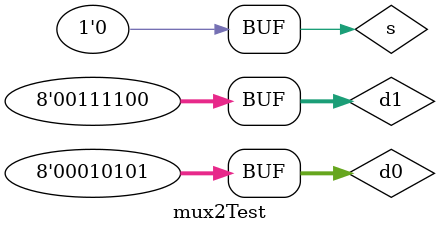
<source format=sv>
module mux2Test();

	logic [7:0] d0, d1;
	logic s;
	logic [7:0] y;
					

	
	// instantiate device to be tested
	mux2 mux2ForTest(d0, d1,
			  s,y);
	
	
	initial begin 		
		
		
		#10; 
		d0 = 8'b00010101; 
		d1 = 8'b00000000; 
		s= 0;	
		#10; 
		d0 = 8'b00010101; 
		d1 = 8'b01000000; 
		s= 1;	
		#10; 
		d0 = 8'b10010101; 
		d1 = 8'b11000000; 
		s= 1;	
		#10; 
		d0 = 8'b00010101; 
		d1 = 8'b00111100; 
		s= 0;
		
		
	end
			  
	
	
endmodule
</source>
